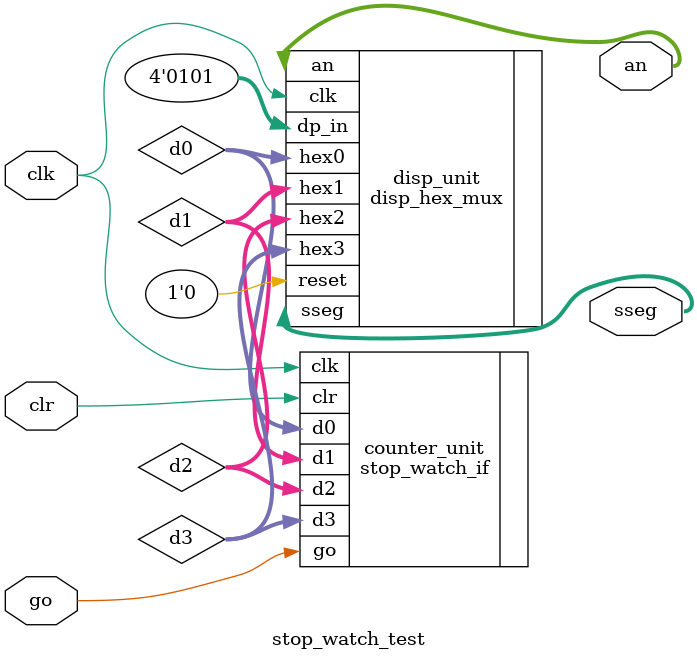
<source format=v>
module stop_watch_test
   (
    input wire clk,
    input wire go, clr,
    output wire [3:0] an,
    output wire [7:0] sseg
   );

   // signal declaration
   wire [3:0]  d2, d1, d0, d3;

   // instantiate 7-seg LED display module
   disp_hex_mux disp_unit
      (.clk(clk), .reset(1'b0),
       .hex3(d3), .hex2(d2), .hex1(d1), .hex0(d0), //added d3
       .dp_in(4'b0101), .an(an), .sseg(sseg));//added 4th dp

   // instantiate stopwatch
   stop_watch_if counter_unit
      (.clk(clk), .go(go), .clr(clr),
       .d3(d3), .d2(d2), .d1(d1), .d0(d0) );//added d3
       
   //disable the unused display by setting it to 1

endmodule

</source>
